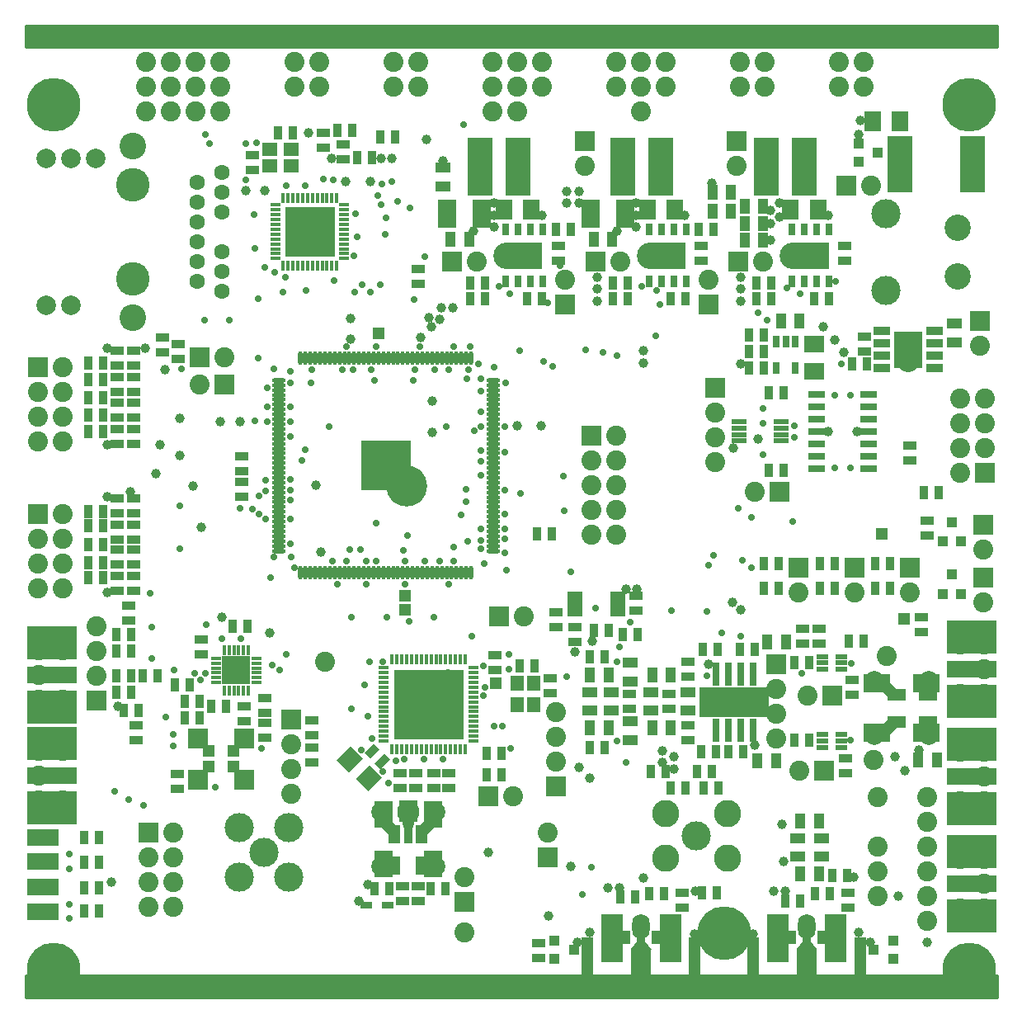
<source format=gbr>
G04 #@! TF.FileFunction,Soldermask,Top*
%FSLAX46Y46*%
G04 Gerber Fmt 4.6, Leading zero omitted, Abs format (unit mm)*
G04 Created by KiCad (PCBNEW 4.0.6) date 07/04/17 19:23:32*
%MOMM*%
%LPD*%
G01*
G04 APERTURE LIST*
%ADD10C,0.100000*%
%ADD11R,0.835000X1.343000*%
%ADD12C,1.900000*%
%ADD13C,0.700000*%
%ADD14R,1.200000X1.200000*%
%ADD15R,0.450000X1.000000*%
%ADD16R,1.000000X0.450000*%
%ADD17R,3.000000X3.000000*%
%ADD18C,3.200000*%
%ADD19R,2.700000X2.700000*%
%ADD20R,7.200000X7.200000*%
%ADD21R,0.800000X2.400000*%
%ADD22R,7.200000X3.140000*%
%ADD23R,0.710000X1.300000*%
%ADD24R,3.700000X2.800000*%
%ADD25C,2.700000*%
%ADD26O,1.400000X0.480000*%
%ADD27O,0.480000X1.400000*%
%ADD28C,4.200000*%
%ADD29R,5.200000X5.200000*%
%ADD30R,2.050000X2.050000*%
%ADD31C,2.050000*%
%ADD32R,1.800000X0.800000*%
%ADD33R,1.550000X0.600000*%
%ADD34R,1.343000X0.835000*%
%ADD35R,1.597000X1.089000*%
%ADD36R,2.600000X5.900000*%
%ADD37R,1.800000X2.000000*%
%ADD38R,1.089000X1.597000*%
%ADD39R,2.500000X5.800000*%
%ADD40R,1.200000X0.600000*%
%ADD41R,1.400000X1.600000*%
%ADD42R,1.978000X2.994000*%
%ADD43R,3.200000X1.700000*%
%ADD44C,1.600000*%
%ADD45C,2.000000*%
%ADD46C,3.450000*%
%ADD47C,2.740000*%
%ADD48C,1.000000*%
%ADD49R,1.700000X0.850000*%
%ADD50R,2.900000X3.800000*%
%ADD51C,2.200000*%
%ADD52R,1.100000X1.000000*%
%ADD53R,1.000000X1.100000*%
%ADD54C,2.500000*%
%ADD55R,1.600000X0.500000*%
%ADD56R,0.800000X1.250000*%
%ADD57C,5.500000*%
%ADD58R,12.200000X2.600000*%
%ADD59R,1.100000X1.450000*%
%ADD60O,1.800000X2.600000*%
%ADD61R,2.200000X5.000000*%
%ADD62R,1.200000X4.200000*%
%ADD63R,0.900000X1.600000*%
%ADD64R,2.100000X4.480000*%
%ADD65R,1.850000X2.740000*%
%ADD66R,1.215000X1.850000*%
%ADD67R,0.960000X1.850000*%
%ADD68R,1.850000X2.200000*%
%ADD69C,2.300000*%
%ADD70C,3.000000*%
%ADD71C,2.800000*%
%ADD72R,2.740000X1.850000*%
%ADD73R,1.850000X1.215000*%
%ADD74R,1.600000X1.400000*%
%ADD75R,1.280000X1.240000*%
%ADD76R,2.140000X2.150000*%
%ADD77R,1.200760X0.799440*%
%ADD78R,5.200000X1.800000*%
%ADD79R,5.200000X3.500000*%
%ADD80R,2.000000X1.800000*%
%ADD81C,0.000000*%
%ADD82C,0.700000*%
%ADD83C,0.700000*%
%ADD84C,0.000000*%
%ADD85C,0.254000*%
G04 APERTURE END LIST*
D10*
D11*
X22862000Y-61800000D03*
X21338000Y-61800000D03*
D12*
X21255000Y-66820715D03*
D13*
X22755000Y-67320715D03*
X22755000Y-65320715D03*
X22755000Y-66420715D03*
X21655000Y-65320715D03*
X20755000Y-65320715D03*
D14*
X22455000Y-65620715D03*
X22455000Y-67020715D03*
X21055000Y-65620715D03*
D15*
X20505000Y-68420715D03*
X21005000Y-68420715D03*
X21505000Y-68420715D03*
X22005000Y-68420715D03*
X22505000Y-68420715D03*
X23005000Y-68420715D03*
D16*
X23855000Y-67570715D03*
X23855000Y-67070715D03*
X23855000Y-66570715D03*
X23855000Y-66070715D03*
X23855000Y-65570715D03*
X23855000Y-65070715D03*
D15*
X23005000Y-64220715D03*
X22505000Y-64220715D03*
X22005000Y-64220715D03*
X21505000Y-64220715D03*
X21005000Y-64220715D03*
X20505000Y-64220715D03*
D16*
X19655000Y-65070715D03*
X19655000Y-65570715D03*
X19655000Y-66070715D03*
X19655000Y-66570715D03*
X19655000Y-67070715D03*
X19655000Y-67570715D03*
D17*
X21755000Y-66320715D03*
D14*
X21055000Y-67020715D03*
D13*
X22255000Y-65820715D03*
D18*
X43500000Y-67800000D03*
D13*
X44500000Y-72800000D03*
X44500000Y-71300000D03*
X43000000Y-72800000D03*
X43000000Y-71300000D03*
X38500000Y-72800000D03*
X40000000Y-72800000D03*
X40000000Y-66800000D03*
X38500000Y-66800000D03*
X38500000Y-68300000D03*
X40000000Y-68300000D03*
X40000000Y-71300000D03*
X38500000Y-71300000D03*
X38500000Y-69800000D03*
X40000000Y-69800000D03*
X44500000Y-69800000D03*
X43000000Y-69800000D03*
X41500000Y-66800000D03*
X41500000Y-68300000D03*
X41500000Y-72800000D03*
X41500000Y-71300000D03*
D19*
X43250000Y-71550000D03*
X39750000Y-71550000D03*
X39750000Y-68050000D03*
D15*
X45250000Y-65200000D03*
X44750000Y-65200000D03*
X44250000Y-65200000D03*
X43750000Y-65200000D03*
X43250000Y-65200000D03*
X42750000Y-65200000D03*
X42250000Y-65200000D03*
X41750000Y-65200000D03*
X41250000Y-65200000D03*
X40750000Y-65200000D03*
X40250000Y-65200000D03*
X39750000Y-65200000D03*
X39250000Y-65200000D03*
X38750000Y-65200000D03*
X38250000Y-65200000D03*
X37750000Y-65200000D03*
D16*
X36900000Y-66050000D03*
X36900000Y-66550000D03*
X36900000Y-67050000D03*
X36900000Y-67550000D03*
X36900000Y-68050000D03*
X36900000Y-68550000D03*
X36900000Y-69050000D03*
X36900000Y-69550000D03*
X36900000Y-70050000D03*
X36900000Y-70550000D03*
X36900000Y-71050000D03*
X36900000Y-71550000D03*
X36900000Y-72050000D03*
X36900000Y-72550000D03*
X36900000Y-73050000D03*
X36900000Y-73550000D03*
D15*
X37750000Y-74400000D03*
X38250000Y-74400000D03*
X38750000Y-74400000D03*
X39250000Y-74400000D03*
X39750000Y-74400000D03*
X40250000Y-74400000D03*
X40750000Y-74400000D03*
X41250000Y-74400000D03*
X41750000Y-74400000D03*
X42250000Y-74400000D03*
X42750000Y-74400000D03*
X43250000Y-74400000D03*
X43750000Y-74400000D03*
X44250000Y-74400000D03*
X44750000Y-74400000D03*
X45250000Y-74400000D03*
D16*
X46100000Y-73550000D03*
X46100000Y-73050000D03*
X46100000Y-72550000D03*
X46100000Y-72050000D03*
X46100000Y-71550000D03*
X46100000Y-71050000D03*
X46100000Y-70550000D03*
X46100000Y-70050000D03*
X46100000Y-69550000D03*
X46100000Y-69050000D03*
X46100000Y-68550000D03*
X46100000Y-68050000D03*
X46100000Y-67550000D03*
X46100000Y-67050000D03*
X46100000Y-66550000D03*
X46100000Y-66050000D03*
D20*
X41500000Y-69800000D03*
D19*
X43250000Y-68050000D03*
D13*
X41500000Y-69800000D03*
X71395000Y-70325000D03*
X74395000Y-70325000D03*
X71395000Y-68825000D03*
D12*
X74700000Y-68950000D03*
D13*
X72895000Y-70325000D03*
D21*
X74800000Y-66700000D03*
X73530000Y-66700000D03*
X72260000Y-66700000D03*
X70990000Y-66700000D03*
X70990000Y-72450000D03*
X72260000Y-72450000D03*
X73530000Y-72450000D03*
X74800000Y-72450000D03*
D22*
X72895000Y-69575000D03*
D13*
X72895000Y-68825000D03*
X52500000Y-23750000D03*
D23*
X49395000Y-21100000D03*
X49395000Y-26400000D03*
X50665000Y-21100000D03*
X50665000Y-26400000D03*
X51935000Y-21100000D03*
X51935000Y-26400000D03*
X53205000Y-21100000D03*
X53205000Y-26400000D03*
D24*
X51300000Y-23750000D03*
D25*
X49500000Y-23750000D03*
D13*
X51500000Y-23750000D03*
X67200000Y-23750000D03*
D23*
X64095000Y-21100000D03*
X64095000Y-26400000D03*
X65365000Y-21100000D03*
X65365000Y-26400000D03*
X66635000Y-21100000D03*
X66635000Y-26400000D03*
X67905000Y-21100000D03*
X67905000Y-26400000D03*
D24*
X66000000Y-23750000D03*
D25*
X64200000Y-23750000D03*
D13*
X66200000Y-23750000D03*
X81900000Y-23750000D03*
D23*
X78795000Y-21100000D03*
X78795000Y-26400000D03*
X80065000Y-21100000D03*
X80065000Y-26400000D03*
X81335000Y-21100000D03*
X81335000Y-26400000D03*
X82605000Y-21100000D03*
X82605000Y-26400000D03*
D24*
X80700000Y-23750000D03*
D25*
X78900000Y-23750000D03*
D13*
X80900000Y-23750000D03*
X38600000Y-43800000D03*
X37100000Y-46800000D03*
X37100000Y-45300000D03*
X35600000Y-45300000D03*
X38600000Y-45300000D03*
X35600000Y-43800000D03*
X37100000Y-43800000D03*
D26*
X48100000Y-54050000D03*
X48100000Y-53550000D03*
X48100000Y-53050000D03*
X48100000Y-52550000D03*
X48100000Y-52050000D03*
X48100000Y-51550000D03*
X48100000Y-51050000D03*
X48100000Y-50550000D03*
X48100000Y-50050000D03*
X48100000Y-49550000D03*
X48100000Y-49050000D03*
X48100000Y-48550000D03*
X48100000Y-48050000D03*
X48100000Y-47550000D03*
X48100000Y-47050000D03*
X48100000Y-46550000D03*
X48100000Y-46050000D03*
X48100000Y-45550000D03*
X48100000Y-45050000D03*
X48100000Y-44550000D03*
X48100000Y-44050000D03*
X48100000Y-43550000D03*
X48100000Y-43050000D03*
X48100000Y-42550000D03*
X48100000Y-42050000D03*
X48100000Y-41550000D03*
X48100000Y-41050000D03*
X48100000Y-40550000D03*
X48100000Y-40050000D03*
X48100000Y-39550000D03*
X48100000Y-39050000D03*
X48100000Y-38550000D03*
X48100000Y-38050000D03*
X48100000Y-37550000D03*
X48100000Y-37050000D03*
X48100000Y-36550000D03*
D27*
X45850000Y-34300000D03*
X45350000Y-34300000D03*
X44850000Y-34300000D03*
X44350000Y-34300000D03*
X43850000Y-34300000D03*
X43350000Y-34300000D03*
X42850000Y-34300000D03*
X42350000Y-34300000D03*
X41850000Y-34300000D03*
X41350000Y-34300000D03*
X40850000Y-34300000D03*
X40350000Y-34300000D03*
X39850000Y-34300000D03*
X39350000Y-34300000D03*
X38850000Y-34300000D03*
X38350000Y-34300000D03*
X37850000Y-34300000D03*
X37350000Y-34300000D03*
X36850000Y-34300000D03*
X36350000Y-34300000D03*
X35850000Y-34300000D03*
X35350000Y-34300000D03*
X34850000Y-34300000D03*
X34350000Y-34300000D03*
X33850000Y-34300000D03*
X33350000Y-34300000D03*
X32850000Y-34300000D03*
X32350000Y-34300000D03*
X31850000Y-34300000D03*
X31350000Y-34300000D03*
X30850000Y-34300000D03*
X30350000Y-34300000D03*
X29850000Y-34300000D03*
X29350000Y-34300000D03*
X28850000Y-34300000D03*
X28350000Y-34300000D03*
D26*
X26100000Y-36550000D03*
X26100000Y-37050000D03*
X26100000Y-37550000D03*
X26100000Y-38050000D03*
X26100000Y-38550000D03*
X26100000Y-39050000D03*
X26100000Y-39550000D03*
X26100000Y-40050000D03*
X26100000Y-40550000D03*
X26100000Y-41050000D03*
X26100000Y-41550000D03*
X26100000Y-42050000D03*
X26100000Y-42550000D03*
X26100000Y-43050000D03*
X26100000Y-43550000D03*
X26100000Y-44050000D03*
X26100000Y-44550000D03*
X26100000Y-45050000D03*
X26100000Y-45550000D03*
X26100000Y-46050000D03*
X26100000Y-46550000D03*
X26100000Y-47050000D03*
X26100000Y-47550000D03*
X26100000Y-48050000D03*
X26100000Y-48550000D03*
X26100000Y-49050000D03*
X26100000Y-49550000D03*
X26100000Y-50050000D03*
X26100000Y-50550000D03*
X26100000Y-51050000D03*
X26100000Y-51550000D03*
X26100000Y-52050000D03*
X26100000Y-52550000D03*
X26100000Y-53050000D03*
X26100000Y-53550000D03*
X26100000Y-54050000D03*
D27*
X28350000Y-56300000D03*
X28850000Y-56300000D03*
X29350000Y-56300000D03*
X29850000Y-56300000D03*
X30350000Y-56300000D03*
X30850000Y-56300000D03*
X31350000Y-56300000D03*
X31850000Y-56300000D03*
X32350000Y-56300000D03*
X32850000Y-56300000D03*
X33350000Y-56300000D03*
X33850000Y-56300000D03*
X34350000Y-56300000D03*
X34850000Y-56300000D03*
X35350000Y-56300000D03*
X35850000Y-56300000D03*
X36350000Y-56300000D03*
X36850000Y-56300000D03*
X37350000Y-56300000D03*
X37850000Y-56300000D03*
X38350000Y-56300000D03*
X38850000Y-56300000D03*
X39350000Y-56300000D03*
X39850000Y-56300000D03*
X40350000Y-56300000D03*
X40850000Y-56300000D03*
X41350000Y-56300000D03*
X41850000Y-56300000D03*
X42350000Y-56300000D03*
X42850000Y-56300000D03*
X43350000Y-56300000D03*
X43850000Y-56300000D03*
X44350000Y-56300000D03*
X44850000Y-56300000D03*
X45350000Y-56300000D03*
X45850000Y-56300000D03*
D28*
X39200000Y-47400000D03*
D29*
X37100000Y-45300000D03*
D13*
X35600000Y-46800000D03*
D11*
X77462000Y-55400000D03*
X75938000Y-55400000D03*
X83162000Y-55400000D03*
X81638000Y-55400000D03*
X88862000Y-55400000D03*
X87338000Y-55400000D03*
D30*
X79500000Y-55800000D03*
D31*
X79500000Y-58340000D03*
D30*
X85200000Y-55800000D03*
D31*
X85200000Y-58340000D03*
D30*
X90900000Y-55800000D03*
D31*
X90900000Y-58340000D03*
D11*
X75938000Y-57900000D03*
X77462000Y-57900000D03*
X81638000Y-57900000D03*
X83162000Y-57900000D03*
X87338000Y-57900000D03*
X88862000Y-57900000D03*
D32*
X81350000Y-45610000D03*
X86650000Y-45610000D03*
X81350000Y-44340000D03*
X86650000Y-44340000D03*
X81350000Y-43070000D03*
X86650000Y-43070000D03*
X81350000Y-41800000D03*
X86650000Y-41800000D03*
X81350000Y-40530000D03*
X86650000Y-40530000D03*
X81350000Y-39260000D03*
X86650000Y-39260000D03*
X81350000Y-37990000D03*
X86650000Y-37990000D03*
D11*
X77962000Y-45800000D03*
X76438000Y-45800000D03*
X77962000Y-37800000D03*
X76438000Y-37800000D03*
D33*
X73350000Y-42775000D03*
X77650000Y-42775000D03*
X73350000Y-42125000D03*
X77650000Y-42125000D03*
X73350000Y-41475000D03*
X77650000Y-41475000D03*
X73350000Y-40825000D03*
X77650000Y-40825000D03*
D30*
X70900000Y-37300000D03*
D31*
X70900000Y-39840000D03*
X70900000Y-42380000D03*
X70900000Y-44920000D03*
D30*
X98570000Y-46010000D03*
D31*
X96030000Y-46010000D03*
X98570000Y-43470000D03*
X96030000Y-43470000D03*
X98570000Y-40930000D03*
X96030000Y-40930000D03*
X98570000Y-38390000D03*
X96030000Y-38390000D03*
D30*
X77500000Y-48000000D03*
D31*
X74960000Y-48000000D03*
D11*
X92338000Y-48100000D03*
X93862000Y-48100000D03*
D34*
X90900000Y-44762000D03*
X90900000Y-43238000D03*
X62800000Y-58638000D03*
X62800000Y-60162000D03*
X79900000Y-63562000D03*
X79900000Y-62038000D03*
X81600000Y-62038000D03*
X81600000Y-63562000D03*
X92700000Y-50938000D03*
X92700000Y-52462000D03*
D30*
X98400000Y-51400000D03*
D31*
X98400000Y-53940000D03*
D11*
X84938000Y-34900000D03*
X86462000Y-34900000D03*
D34*
X86200000Y-32038000D03*
X86200000Y-33562000D03*
D35*
X95500000Y-30747500D03*
X95500000Y-32652500D03*
D11*
X74338000Y-31900000D03*
X75862000Y-31900000D03*
D30*
X57500000Y-12000000D03*
D31*
X57500000Y-14540000D03*
D30*
X98100000Y-30500000D03*
D31*
X98100000Y-33040000D03*
D11*
X81038000Y-28200000D03*
X82562000Y-28200000D03*
X75138000Y-26600000D03*
X76662000Y-26600000D03*
D36*
X80050000Y-14600000D03*
X76150000Y-14600000D03*
D34*
X84200000Y-24262000D03*
X84200000Y-22738000D03*
D30*
X73300000Y-24400000D03*
D31*
X75840000Y-24400000D03*
D37*
X81450000Y-19000000D03*
X78650000Y-19000000D03*
D38*
X72552500Y-19200000D03*
X70647500Y-19200000D03*
X72552500Y-17300000D03*
X70647500Y-17300000D03*
X73947500Y-22200000D03*
X75852500Y-22200000D03*
X73947500Y-20500000D03*
X75852500Y-20500000D03*
X73947500Y-18700000D03*
X75852500Y-18700000D03*
D11*
X75138000Y-28200000D03*
X76662000Y-28200000D03*
D30*
X43900000Y-24400000D03*
D31*
X46440000Y-24400000D03*
D30*
X55500000Y-28800000D03*
D31*
X55500000Y-26260000D03*
D30*
X84400000Y-16600000D03*
D31*
X86940000Y-16600000D03*
D30*
X58600000Y-24400000D03*
D31*
X61140000Y-24400000D03*
D30*
X70200000Y-28800000D03*
D31*
X70200000Y-26260000D03*
D39*
X97300000Y-14400000D03*
X89900000Y-14400000D03*
D38*
X91747500Y-75500000D03*
X93652500Y-75500000D03*
D30*
X82100000Y-76600000D03*
D31*
X79560000Y-76600000D03*
D30*
X82900000Y-68900000D03*
D31*
X80360000Y-68900000D03*
D30*
X47600000Y-79200000D03*
D31*
X50140000Y-79200000D03*
D30*
X53700000Y-85500000D03*
D31*
X53700000Y-82960000D03*
D40*
X83900000Y-74200000D03*
X83900000Y-73550000D03*
X83900000Y-72900000D03*
X81950000Y-72900000D03*
X81950000Y-73550000D03*
X81950000Y-74200000D03*
X83900000Y-66200000D03*
X83900000Y-65550000D03*
X83900000Y-64900000D03*
X81950000Y-64900000D03*
X81950000Y-65550000D03*
X81950000Y-66200000D03*
D38*
X77152500Y-75600000D03*
X75247500Y-75600000D03*
X78152500Y-63400000D03*
X76247500Y-63400000D03*
D11*
X80562000Y-73500000D03*
X79038000Y-73500000D03*
D34*
X84300000Y-75338000D03*
X84300000Y-76862000D03*
D11*
X84638000Y-63300000D03*
X86162000Y-63300000D03*
X80562000Y-65500000D03*
X79038000Y-65500000D03*
D34*
X85000000Y-67338000D03*
X85000000Y-68862000D03*
D30*
X54600000Y-78200000D03*
D31*
X54600000Y-75660000D03*
X54600000Y-73120000D03*
X54600000Y-70580000D03*
D30*
X45200000Y-90100000D03*
D31*
X45200000Y-87560000D03*
D30*
X48700000Y-60800000D03*
D31*
X51240000Y-60800000D03*
D11*
X64338000Y-76700000D03*
X65862000Y-76700000D03*
X84412000Y-87400000D03*
X82888000Y-87400000D03*
X78138000Y-90000000D03*
X79662000Y-90000000D03*
D35*
X79400000Y-85452500D03*
X79400000Y-83547500D03*
D38*
X79647500Y-87200000D03*
X81552500Y-87200000D03*
X79647500Y-81800000D03*
X81552500Y-81800000D03*
D35*
X81800000Y-85452500D03*
X81800000Y-83547500D03*
D11*
X69538000Y-89100000D03*
X71062000Y-89100000D03*
X61138000Y-89600000D03*
X62662000Y-89600000D03*
X71262000Y-78400000D03*
X69738000Y-78400000D03*
X66338000Y-78400000D03*
X67862000Y-78400000D03*
X70562000Y-76700000D03*
X69038000Y-76700000D03*
D30*
X77200000Y-65700000D03*
D31*
X77200000Y-68240000D03*
X77200000Y-70780000D03*
X77200000Y-73320000D03*
D11*
X70962000Y-74700000D03*
X69438000Y-74700000D03*
X73762000Y-74700000D03*
X72238000Y-74700000D03*
X74962000Y-64200000D03*
X73438000Y-64200000D03*
X71162000Y-64200000D03*
X69638000Y-64200000D03*
X59562000Y-74200000D03*
X58038000Y-74200000D03*
D34*
X66200000Y-70262000D03*
X66200000Y-68738000D03*
X62100000Y-70262000D03*
X62100000Y-68738000D03*
D11*
X58038000Y-64900000D03*
X59562000Y-64900000D03*
D38*
X66352500Y-72200000D03*
X64447500Y-72200000D03*
D35*
X62200000Y-73452500D03*
X62200000Y-71547500D03*
D38*
X59952500Y-72200000D03*
X58047500Y-72200000D03*
X64447500Y-66800000D03*
X66352500Y-66800000D03*
D35*
X62200000Y-67452500D03*
X62200000Y-65547500D03*
D38*
X58047500Y-66800000D03*
X59952500Y-66800000D03*
D35*
X68100000Y-68547500D03*
X68100000Y-70452500D03*
X64300000Y-68547500D03*
X64300000Y-70452500D03*
X60200000Y-68547500D03*
X60200000Y-70452500D03*
X58000000Y-68547500D03*
X58000000Y-70452500D03*
D34*
X68100000Y-73462000D03*
X68100000Y-71938000D03*
X68100000Y-65438000D03*
X68100000Y-66962000D03*
D11*
X35938000Y-88700000D03*
X37462000Y-88700000D03*
D34*
X40400000Y-88438000D03*
X40400000Y-89962000D03*
D37*
X52050000Y-19000000D03*
X49250000Y-19000000D03*
X66750000Y-19000000D03*
X63950000Y-19000000D03*
D30*
X12730000Y-82990000D03*
D31*
X15270000Y-82990000D03*
X12730000Y-85530000D03*
X15270000Y-85530000D03*
X12730000Y-88070000D03*
X15270000Y-88070000D03*
X12730000Y-90610000D03*
X15270000Y-90610000D03*
D30*
X20500000Y-37000000D03*
D31*
X17960000Y-37000000D03*
D30*
X18000000Y-34200000D03*
D31*
X20540000Y-34200000D03*
D11*
X11762000Y-70400000D03*
X10238000Y-70400000D03*
D34*
X22300000Y-48462000D03*
X22300000Y-46938000D03*
X22300000Y-44338000D03*
X22300000Y-45862000D03*
X38800000Y-89962000D03*
X38800000Y-88438000D03*
D11*
X41738000Y-88700000D03*
X43262000Y-88700000D03*
D34*
X38600000Y-78362000D03*
X38600000Y-76838000D03*
X40200000Y-78362000D03*
X40200000Y-76838000D03*
D41*
X52250000Y-69800000D03*
X52250000Y-67600000D03*
X50550000Y-67600000D03*
X50550000Y-69800000D03*
D34*
X54000000Y-68662000D03*
X54000000Y-67138000D03*
D11*
X50838000Y-65900000D03*
X52362000Y-65900000D03*
X48962000Y-77000000D03*
X47438000Y-77000000D03*
X48962000Y-74800000D03*
X47438000Y-74800000D03*
D14*
X48400000Y-67600000D03*
D34*
X42000000Y-78362000D03*
X42000000Y-76838000D03*
X48300000Y-64738000D03*
X48300000Y-66262000D03*
X43600000Y-76838000D03*
X43600000Y-78362000D03*
D10*
G36*
X37508854Y-75459210D02*
X36559210Y-76408854D01*
X35968776Y-75818420D01*
X36918420Y-74868776D01*
X37508854Y-75459210D01*
X37508854Y-75459210D01*
G37*
G36*
X36431224Y-74381580D02*
X35481580Y-75331224D01*
X34891146Y-74740790D01*
X35840790Y-73791146D01*
X36431224Y-74381580D01*
X36431224Y-74381580D01*
G37*
D11*
X54538000Y-21100000D03*
X56062000Y-21100000D03*
X51638000Y-28200000D03*
X53162000Y-28200000D03*
X45738000Y-26600000D03*
X47262000Y-26600000D03*
D36*
X50650000Y-14600000D03*
X46750000Y-14600000D03*
D34*
X54800000Y-24262000D03*
X54800000Y-22738000D03*
D42*
X43422000Y-19500000D03*
X46978000Y-19500000D03*
D38*
X43747500Y-22100000D03*
X45652500Y-22100000D03*
D35*
X43000000Y-16652500D03*
X43000000Y-14747500D03*
D11*
X45738000Y-28200000D03*
X47262000Y-28200000D03*
D36*
X65350000Y-14600000D03*
X61450000Y-14600000D03*
D11*
X69238000Y-21100000D03*
X70762000Y-21100000D03*
X66338000Y-28200000D03*
X67862000Y-28200000D03*
X60438000Y-26600000D03*
X61962000Y-26600000D03*
D34*
X69500000Y-24262000D03*
X69500000Y-22738000D03*
D42*
X58122000Y-19500000D03*
X61678000Y-19500000D03*
D38*
X58447500Y-22100000D03*
X60352500Y-22100000D03*
D11*
X60438000Y-28200000D03*
X61962000Y-28200000D03*
D34*
X11500000Y-71938000D03*
X11500000Y-73462000D03*
X29500000Y-75762000D03*
X29500000Y-74238000D03*
X29500000Y-72962000D03*
X29500000Y-71438000D03*
X18200000Y-63138000D03*
X18200000Y-64662000D03*
D30*
X27400000Y-71400000D03*
D31*
X27400000Y-73940000D03*
X27400000Y-76480000D03*
X27400000Y-79020000D03*
D11*
X15438000Y-67800000D03*
X16962000Y-67800000D03*
X19138000Y-70000000D03*
X20662000Y-70000000D03*
X17962000Y-69500000D03*
X16438000Y-69500000D03*
D34*
X15700000Y-76938000D03*
X15700000Y-78462000D03*
D11*
X16438000Y-71200000D03*
X17962000Y-71200000D03*
D34*
X24700000Y-71738000D03*
X24700000Y-73262000D03*
X22600000Y-71562000D03*
X22600000Y-70038000D03*
X24700000Y-69138000D03*
X24700000Y-70662000D03*
X10700000Y-61162000D03*
X10700000Y-59638000D03*
D11*
X12138000Y-66900000D03*
X13662000Y-66900000D03*
X10962000Y-62600000D03*
X9438000Y-62600000D03*
X10962000Y-68600000D03*
X9438000Y-68600000D03*
X9438000Y-64300000D03*
X10962000Y-64300000D03*
X9438000Y-66900000D03*
X10962000Y-66900000D03*
X8062000Y-56800000D03*
X6538000Y-56800000D03*
X8062000Y-55300000D03*
X6538000Y-55300000D03*
D34*
X11200000Y-56638000D03*
X11200000Y-58162000D03*
X11200000Y-55462000D03*
X11200000Y-53938000D03*
D11*
X8062000Y-51500000D03*
X6538000Y-51500000D03*
X8062000Y-50000000D03*
X6538000Y-50000000D03*
D34*
X11200000Y-51338000D03*
X11200000Y-52862000D03*
X11200000Y-50162000D03*
X11200000Y-48638000D03*
X9500000Y-56638000D03*
X9500000Y-58162000D03*
X9500000Y-55462000D03*
X9500000Y-53938000D03*
X9500000Y-51338000D03*
X9500000Y-52862000D03*
X9500000Y-50162000D03*
X9500000Y-48638000D03*
D11*
X8062000Y-38300000D03*
X6538000Y-38300000D03*
X8062000Y-41800000D03*
X6538000Y-41800000D03*
X8062000Y-40100000D03*
X6538000Y-40100000D03*
D34*
X11200000Y-41538000D03*
X11200000Y-43062000D03*
X11200000Y-40362000D03*
X11200000Y-38838000D03*
D11*
X8062000Y-36500000D03*
X6538000Y-36500000D03*
X8062000Y-34800000D03*
X6538000Y-34800000D03*
D34*
X11200000Y-36238000D03*
X11200000Y-37762000D03*
X11200000Y-35062000D03*
X11200000Y-33538000D03*
D11*
X8062000Y-53400000D03*
X6538000Y-53400000D03*
D34*
X9500000Y-41538000D03*
X9500000Y-43062000D03*
X9500000Y-40362000D03*
X9500000Y-38838000D03*
X9500000Y-36238000D03*
X9500000Y-37762000D03*
X9500000Y-35062000D03*
X9500000Y-33538000D03*
D11*
X6138000Y-88600000D03*
X7662000Y-88600000D03*
X6138000Y-91000000D03*
X7662000Y-91000000D03*
X6138000Y-83500000D03*
X7662000Y-83500000D03*
X6138000Y-86000000D03*
X7662000Y-86000000D03*
D43*
X1900000Y-83450000D03*
X1900000Y-85950000D03*
X1900000Y-88550000D03*
X1900000Y-91050000D03*
D30*
X7400000Y-69400000D03*
D31*
X7400000Y-66860000D03*
X7400000Y-64320000D03*
X7400000Y-61780000D03*
D30*
X1430000Y-50290000D03*
D31*
X3970000Y-50290000D03*
X1430000Y-52830000D03*
X3970000Y-52830000D03*
X1430000Y-55370000D03*
X3970000Y-55370000D03*
X1430000Y-57910000D03*
X3970000Y-57910000D03*
D30*
X1430000Y-35190000D03*
D31*
X3970000Y-35190000D03*
X1430000Y-37730000D03*
X3970000Y-37730000D03*
X1430000Y-40270000D03*
X3970000Y-40270000D03*
X1430000Y-42810000D03*
X3970000Y-42810000D03*
D11*
X52638000Y-52300000D03*
X54162000Y-52300000D03*
D30*
X58230000Y-42220000D03*
D31*
X60770000Y-42220000D03*
X58230000Y-44760000D03*
X60770000Y-44760000D03*
X58230000Y-47300000D03*
X60770000Y-47300000D03*
X58230000Y-49840000D03*
X60770000Y-49840000D03*
X58230000Y-52380000D03*
X60770000Y-52380000D03*
D34*
X40400000Y-25138000D03*
X40400000Y-26662000D03*
D11*
X35662000Y-13700000D03*
X34138000Y-13700000D03*
X33662000Y-10900000D03*
X32138000Y-10900000D03*
D34*
X32700000Y-13862000D03*
X32700000Y-12338000D03*
X30700000Y-11138000D03*
X30700000Y-12662000D03*
D11*
X27562000Y-11200000D03*
X26038000Y-11200000D03*
D34*
X23400000Y-14962000D03*
X23400000Y-13438000D03*
D44*
X17700000Y-26380000D03*
X17700000Y-24350000D03*
X17700000Y-22320000D03*
X17700000Y-20280000D03*
X17700000Y-18250000D03*
X17700000Y-16220000D03*
X20240000Y-27400000D03*
X20240000Y-25370000D03*
X20240000Y-23340000D03*
X20240000Y-19260000D03*
X20240000Y-17230000D03*
X20240000Y-15200000D03*
D45*
X4750000Y-28820000D03*
X2210000Y-28820000D03*
X7290000Y-13780000D03*
X4750000Y-13780000D03*
X2210000Y-13780000D03*
D46*
X11100000Y-26125000D03*
X11100000Y-16475000D03*
D47*
X11100000Y-30090000D03*
X11100000Y-12510000D03*
D48*
X18200000Y-51600000D03*
X13500000Y-46100000D03*
X17300000Y-47400000D03*
X13900000Y-43200000D03*
D13*
X90100000Y-32400000D03*
D49*
X88000000Y-31495000D03*
X88000000Y-32765000D03*
X88000000Y-34035000D03*
X88000000Y-35305000D03*
X93400000Y-35305000D03*
X93400000Y-34035000D03*
X93400000Y-32765000D03*
X93400000Y-31495000D03*
D50*
X90700000Y-33400000D03*
D13*
X91300000Y-32400000D03*
D51*
X90700000Y-34600000D03*
D14*
X36400000Y-31700000D03*
D52*
X85600000Y-12250000D03*
X87600000Y-13200000D03*
X85600000Y-14150000D03*
D53*
X94250000Y-53100000D03*
X95200000Y-51100000D03*
X96150000Y-53100000D03*
X94250000Y-58500000D03*
X95200000Y-56500000D03*
X96150000Y-58500000D03*
D31*
X88500000Y-64800000D03*
X87200000Y-75500000D03*
D52*
X89200000Y-95950000D03*
X87200000Y-95000000D03*
X89200000Y-94050000D03*
D34*
X52800000Y-95862000D03*
X52800000Y-94338000D03*
D52*
X54400000Y-94050000D03*
X56400000Y-95000000D03*
X54400000Y-95950000D03*
D31*
X45200000Y-93200000D03*
D13*
X27216525Y-22015000D03*
X28616525Y-20615000D03*
X27216525Y-19215000D03*
X31416525Y-19215000D03*
X28616525Y-23415000D03*
X28616525Y-22015000D03*
X30016525Y-19215000D03*
X28616525Y-19215000D03*
X31416525Y-20615000D03*
X30016525Y-20615000D03*
D16*
X25816525Y-18565000D03*
X25816525Y-19065000D03*
X25816525Y-19565000D03*
X25816525Y-20065000D03*
X25816525Y-20565000D03*
X25816525Y-21065000D03*
X25816525Y-21565000D03*
X25816525Y-22065000D03*
X25816525Y-22565000D03*
X25816525Y-23065000D03*
X25816525Y-23565000D03*
X25816525Y-24065000D03*
D15*
X26566525Y-24815000D03*
X27066525Y-24815000D03*
X27566525Y-24815000D03*
X28066525Y-24815000D03*
X28566525Y-24815000D03*
X29066525Y-24815000D03*
X29566525Y-24815000D03*
X30066525Y-24815000D03*
X30566525Y-24815000D03*
X31066525Y-24815000D03*
X31566525Y-24815000D03*
X32066525Y-24815000D03*
D16*
X32816525Y-24065000D03*
X32816525Y-23565000D03*
X32816525Y-23065000D03*
X32816525Y-22565000D03*
X32816525Y-22065000D03*
X32816525Y-21565000D03*
X32816525Y-21065000D03*
X32816525Y-20565000D03*
X32816525Y-20065000D03*
X32816525Y-19565000D03*
X32816525Y-19065000D03*
X32816525Y-18565000D03*
D15*
X32066525Y-17815000D03*
X31566525Y-17815000D03*
X31066525Y-17815000D03*
X30566525Y-17815000D03*
X30066525Y-17815000D03*
X29566525Y-17815000D03*
X29066525Y-17815000D03*
X28566525Y-17815000D03*
X28066525Y-17815000D03*
X27566525Y-17815000D03*
X27066525Y-17815000D03*
X26566525Y-17815000D03*
D29*
X29316525Y-21315000D03*
D54*
X30616525Y-22615000D03*
D13*
X27216525Y-23415000D03*
X27216525Y-20615000D03*
D37*
X89900000Y-10000000D03*
X87100000Y-10000000D03*
D11*
X74338000Y-33600000D03*
X75862000Y-33600000D03*
D34*
X92100000Y-62362000D03*
X92100000Y-60838000D03*
D14*
X39100000Y-58700000D03*
X39100000Y-60100000D03*
D55*
X60900000Y-58500000D03*
X56500000Y-58500000D03*
X60900000Y-59000000D03*
X56500000Y-59000000D03*
X60900000Y-59500000D03*
X56500000Y-59500000D03*
X60900000Y-60000000D03*
X56500000Y-60000000D03*
X60900000Y-60500000D03*
X56500000Y-60500000D03*
D31*
X92640000Y-79320000D03*
X92640000Y-84400000D03*
X92640000Y-86940000D03*
X92640000Y-89480000D03*
X87560000Y-89480000D03*
X87560000Y-86940000D03*
X87560000Y-84400000D03*
X87560000Y-79320000D03*
X92640000Y-81860000D03*
X92640000Y-92020000D03*
D34*
X54600000Y-60338000D03*
X54600000Y-61862000D03*
D11*
X62962000Y-62600000D03*
X61438000Y-62600000D03*
X75862000Y-35300000D03*
X74338000Y-35300000D03*
D38*
X79552500Y-30500000D03*
X77647500Y-30500000D03*
D30*
X73100000Y-12000000D03*
D31*
X73100000Y-14540000D03*
D56*
X79100000Y-32600000D03*
X78150000Y-32600000D03*
X77200000Y-32600000D03*
X77200000Y-35300000D03*
X79100000Y-35300000D03*
D30*
X98400000Y-56800000D03*
D31*
X98400000Y-59340000D03*
D14*
X90300000Y-61000000D03*
X88000000Y-52300000D03*
D34*
X14200000Y-33662000D03*
X14200000Y-32138000D03*
X15800000Y-32838000D03*
X15800000Y-34362000D03*
D11*
X36538000Y-11600000D03*
X38062000Y-11600000D03*
D57*
X3000000Y-8300000D03*
X3000000Y-97000000D03*
X97000000Y-97000000D03*
X97000000Y-8300000D03*
X71800000Y-93300000D03*
D31*
X30900000Y-65400000D03*
D10*
G36*
X36733452Y-77319238D02*
X35319238Y-78733452D01*
X34046446Y-77460660D01*
X35460660Y-76046446D01*
X36733452Y-77319238D01*
X36733452Y-77319238D01*
G37*
G36*
X34753554Y-75339340D02*
X33339340Y-76753554D01*
X32066548Y-75480762D01*
X33480762Y-74066548D01*
X34753554Y-75339340D01*
X34753554Y-75339340D01*
G37*
D34*
X84500000Y-89138000D03*
X84500000Y-90662000D03*
X67500000Y-89138000D03*
X67500000Y-90662000D03*
D11*
X81138000Y-89200000D03*
X82662000Y-89200000D03*
X64138000Y-89200000D03*
X65662000Y-89200000D03*
X59962000Y-62200000D03*
X58438000Y-62200000D03*
D34*
X56500000Y-61838000D03*
X56500000Y-63362000D03*
D13*
X62600000Y-98000000D03*
X61600000Y-98000000D03*
X60600000Y-98000000D03*
X59600000Y-98000000D03*
X58600000Y-98000000D03*
X58600000Y-99000000D03*
X59600000Y-99000000D03*
X60600000Y-99000000D03*
X61600000Y-99000000D03*
X62600000Y-99000000D03*
X68000000Y-99000000D03*
X67000000Y-99000000D03*
X66000000Y-99000000D03*
X65000000Y-99000000D03*
X64000000Y-99000000D03*
X64000000Y-98000000D03*
X65000000Y-98000000D03*
X66000000Y-98000000D03*
X67000000Y-98000000D03*
X63300000Y-98500000D03*
X64000000Y-97000000D03*
X62600000Y-97000000D03*
X63300000Y-97500000D03*
X64000000Y-96000000D03*
X62600000Y-96000000D03*
X63300000Y-96500000D03*
X63300000Y-95500000D03*
X62600000Y-95000000D03*
X64000000Y-95000000D03*
X63300000Y-94500000D03*
X68000000Y-98000000D03*
D58*
X63300000Y-98800000D03*
D59*
X61700000Y-93700000D03*
D60*
X63300000Y-92600000D03*
D61*
X66300000Y-93800000D03*
X60300000Y-93800000D03*
D62*
X68800000Y-95800000D03*
X57800000Y-95800000D03*
D59*
X64900000Y-93700000D03*
D63*
X63300000Y-93700000D03*
D10*
G36*
X62250000Y-94962500D02*
X62775000Y-94237500D01*
X63825000Y-94237500D01*
X64350000Y-94962500D01*
X62250000Y-94962500D01*
X62250000Y-94962500D01*
G37*
D64*
X63300000Y-97000000D03*
D13*
X79600000Y-98000000D03*
X78600000Y-98000000D03*
X77600000Y-98000000D03*
X76600000Y-98000000D03*
X75600000Y-98000000D03*
X75600000Y-99000000D03*
X76600000Y-99000000D03*
X77600000Y-99000000D03*
X78600000Y-99000000D03*
X79600000Y-99000000D03*
X85000000Y-99000000D03*
X84000000Y-99000000D03*
X83000000Y-99000000D03*
X82000000Y-99000000D03*
X81000000Y-99000000D03*
X81000000Y-98000000D03*
X82000000Y-98000000D03*
X83000000Y-98000000D03*
X84000000Y-98000000D03*
X80300000Y-98500000D03*
X81000000Y-97000000D03*
X79600000Y-97000000D03*
X80300000Y-97500000D03*
X81000000Y-96000000D03*
X79600000Y-96000000D03*
X80300000Y-96500000D03*
X80300000Y-95500000D03*
X79600000Y-95000000D03*
X81000000Y-95000000D03*
X80300000Y-94500000D03*
X85000000Y-98000000D03*
D58*
X80300000Y-98800000D03*
D59*
X78700000Y-93700000D03*
D60*
X80300000Y-92600000D03*
D61*
X83300000Y-93800000D03*
X77300000Y-93800000D03*
D62*
X85800000Y-95800000D03*
X74800000Y-95800000D03*
D59*
X81900000Y-93700000D03*
D63*
X80300000Y-93700000D03*
D10*
G36*
X79250000Y-94962500D02*
X79775000Y-94237500D01*
X80825000Y-94237500D01*
X81350000Y-94962500D01*
X79250000Y-94962500D01*
X79250000Y-94962500D01*
G37*
D64*
X80300000Y-97000000D03*
D65*
X36860000Y-86140000D03*
X41940000Y-86140000D03*
X36860000Y-81060000D03*
D10*
G36*
X38920000Y-82430000D02*
X38470000Y-79690000D01*
X40330000Y-79690000D01*
X39880000Y-82430000D01*
X38920000Y-82430000D01*
X38920000Y-82430000D01*
G37*
D65*
X41940000Y-81060000D03*
D66*
X38002500Y-86330000D03*
X40797500Y-86330000D03*
X38002500Y-83150000D03*
D67*
X39400000Y-83150000D03*
D66*
X40797500Y-83150000D03*
D10*
G36*
X37495000Y-83178528D02*
X36646472Y-82330000D01*
X37495000Y-81481472D01*
X38343528Y-82330000D01*
X37495000Y-83178528D01*
X37495000Y-83178528D01*
G37*
G36*
X41305000Y-83178528D02*
X40456472Y-82330000D01*
X41305000Y-81481472D01*
X42153528Y-82330000D01*
X41305000Y-83178528D01*
X41305000Y-83178528D01*
G37*
D68*
X39400000Y-80790000D03*
D45*
X42194000Y-80806000D03*
D69*
X39400000Y-80806000D03*
D45*
X36606000Y-80806000D03*
X36606000Y-86394000D03*
X42194000Y-86394000D03*
D70*
X24600000Y-85000000D03*
X22060000Y-82460000D03*
X27140000Y-82460000D03*
X27140000Y-87540000D03*
X22060000Y-87540000D03*
D25*
X95800000Y-20900000D03*
X95800000Y-25900000D03*
D70*
X88400000Y-19450000D03*
X88400000Y-27350000D03*
D71*
X72200000Y-81000000D03*
X65800000Y-81000000D03*
X65800000Y-85600000D03*
X72200000Y-85600000D03*
D70*
X69000000Y-83300000D03*
D72*
X92540000Y-72740000D03*
X92540000Y-67660000D03*
X87460000Y-72740000D03*
X87460000Y-67660000D03*
D73*
X92730000Y-71597500D03*
X92730000Y-68802500D03*
X89550000Y-71597500D03*
X89550000Y-68802500D03*
D10*
G36*
X89578528Y-72105000D02*
X88730000Y-72953528D01*
X87881472Y-72105000D01*
X88730000Y-71256472D01*
X89578528Y-72105000D01*
X89578528Y-72105000D01*
G37*
G36*
X89578528Y-68295000D02*
X88730000Y-69143528D01*
X87881472Y-68295000D01*
X88730000Y-67446472D01*
X89578528Y-68295000D01*
X89578528Y-68295000D01*
G37*
D45*
X87206000Y-67406000D03*
X87206000Y-72994000D03*
X92794000Y-72994000D03*
X92794000Y-67406000D03*
D74*
X27400000Y-12850000D03*
X25200000Y-12850000D03*
X25200000Y-14550000D03*
X27400000Y-14550000D03*
D75*
X21460000Y-76190000D03*
X21460000Y-74610000D03*
X18940000Y-74610000D03*
D76*
X17850000Y-77500000D03*
X22550000Y-77500000D03*
X22550000Y-73300000D03*
X17850000Y-73300000D03*
D75*
X18940000Y-76190000D03*
D77*
X35100180Y-90400000D03*
X37299820Y-90400000D03*
D78*
X97200000Y-77200000D03*
D79*
X97200000Y-80500000D03*
X97200000Y-73900000D03*
D31*
X98500000Y-77200000D03*
X98500000Y-74660000D03*
X98500000Y-79740000D03*
X96090000Y-79740000D03*
X96090000Y-74660000D03*
D78*
X97200000Y-88200000D03*
D79*
X97200000Y-91500000D03*
X97200000Y-84900000D03*
D31*
X98500000Y-88200000D03*
X98500000Y-85660000D03*
X98500000Y-90740000D03*
X96090000Y-90740000D03*
X96090000Y-85660000D03*
D78*
X97200000Y-66200000D03*
D79*
X97200000Y-69500000D03*
X97200000Y-62900000D03*
D31*
X98500000Y-66200000D03*
X98500000Y-63660000D03*
X98500000Y-68740000D03*
X96090000Y-68740000D03*
X96090000Y-63660000D03*
D78*
X2800000Y-66800000D03*
D79*
X2800000Y-63500000D03*
X2800000Y-70100000D03*
D31*
X1500000Y-66800000D03*
X1500000Y-69340000D03*
X1500000Y-64260000D03*
X3910000Y-64260000D03*
X3910000Y-69340000D03*
D78*
X2800000Y-77100000D03*
D79*
X2800000Y-73800000D03*
X2800000Y-80400000D03*
D31*
X1500000Y-77100000D03*
X1500000Y-79640000D03*
X1500000Y-74560000D03*
X3910000Y-74560000D03*
X3910000Y-79640000D03*
X86160000Y-6440000D03*
X83620000Y-6440000D03*
X73460000Y-6440000D03*
X65840000Y-6440000D03*
X63300000Y-6440000D03*
X60760000Y-6440000D03*
X53140000Y-6440000D03*
X50600000Y-6440000D03*
X48060000Y-6440000D03*
X40440000Y-6440000D03*
X37900000Y-6440000D03*
X30280000Y-6440000D03*
X27740000Y-6440000D03*
X15040000Y-8980000D03*
X17580000Y-8980000D03*
X20120000Y-8980000D03*
X20120000Y-6440000D03*
X17580000Y-6440000D03*
X15040000Y-6440000D03*
X12500000Y-8980000D03*
X63300000Y-8980000D03*
X86160000Y-3900000D03*
X83620000Y-3900000D03*
X76000000Y-3900000D03*
X73460000Y-3900000D03*
X65840000Y-3900000D03*
X63300000Y-3900000D03*
X60760000Y-3900000D03*
X53140000Y-3900000D03*
X50600000Y-3900000D03*
X48060000Y-3900000D03*
X40440000Y-3900000D03*
X37900000Y-3900000D03*
X30280000Y-3900000D03*
X27740000Y-3900000D03*
X20120000Y-3900000D03*
X17580000Y-3900000D03*
X15040000Y-3900000D03*
X12500000Y-3900000D03*
X76000000Y-6440000D03*
X50600000Y-8980000D03*
X48060000Y-8980000D03*
X12500000Y-6440000D03*
D80*
X81100000Y-35600000D03*
X81100000Y-32800000D03*
D81*
X6000000Y-36900000D03*
D82*
X31700000Y-16000000D03*
D48*
X35500000Y-16200000D03*
X33000000Y-16200000D03*
D82*
X34200000Y-21800000D03*
X33800000Y-23800000D03*
X31800000Y-26300000D03*
D83*
X28900000Y-27300000D03*
D82*
X26800000Y-26000000D03*
D48*
X41800000Y-31100000D03*
X42600000Y-30300000D03*
X41500000Y-30100000D03*
X44000000Y-29100000D03*
X42800000Y-29100000D03*
X37700000Y-13800000D03*
X36600000Y-13800000D03*
D82*
X45600000Y-35500000D03*
X27300000Y-50800000D03*
X24900000Y-39300000D03*
X46900000Y-51800000D03*
X42600000Y-55100000D03*
X41100000Y-55100000D03*
X46900000Y-39800000D03*
X46900000Y-37700000D03*
X27300000Y-42300000D03*
X42100000Y-35500000D03*
X33700000Y-35500000D03*
X29500000Y-35500000D03*
X31600000Y-55100000D03*
X36100000Y-55100000D03*
D84*
X16600000Y-32500000D03*
D81*
X36000000Y-11400000D03*
D83*
X24000000Y-28200000D03*
D81*
X6000000Y-51600000D03*
D83*
X24800000Y-47900000D03*
D48*
X92700000Y-94200000D03*
X89700000Y-89500000D03*
X56100000Y-86400000D03*
D83*
X45100000Y-10300000D03*
D48*
X8900000Y-88000000D03*
D83*
X16100000Y-35400000D03*
D48*
X62900000Y-58000000D03*
X61800000Y-58000000D03*
X72700000Y-59300000D03*
X73500000Y-60100000D03*
X89400000Y-75200000D03*
D84*
X14200000Y-66900000D03*
D83*
X12900000Y-58400000D03*
D81*
X81600000Y-66600000D03*
X81400000Y-74600000D03*
D48*
X72800000Y-43500000D03*
X63500000Y-34800000D03*
X85500000Y-41800000D03*
X58800000Y-26000000D03*
X58800000Y-27200000D03*
X58800000Y-28400000D03*
X56900000Y-18400000D03*
X56900000Y-17200000D03*
X55700000Y-17200000D03*
X55700000Y-18400000D03*
X30400000Y-54200000D03*
X29900000Y-47300000D03*
X22100000Y-40800000D03*
X20100000Y-40800000D03*
X50600000Y-41200000D03*
X53000000Y-41200000D03*
D84*
X52200000Y-51500000D03*
X52200000Y-52600000D03*
D82*
X46900000Y-46300000D03*
X49300000Y-41300000D03*
X27300000Y-46700000D03*
X32100000Y-57500000D03*
X35100000Y-57500000D03*
X39100000Y-57500000D03*
X43600000Y-57500000D03*
D48*
X63500000Y-33500000D03*
X82000000Y-31100000D03*
X10000000Y-1000000D03*
X7500000Y-1000000D03*
X92500000Y-1000000D03*
X90000000Y-1000000D03*
X87500000Y-1000000D03*
X12500000Y-1000000D03*
X85000000Y-1000000D03*
X82500000Y-1000000D03*
X80000000Y-1000000D03*
X77500000Y-1000000D03*
X75000000Y-1000000D03*
X72500000Y-1000000D03*
X70000000Y-1000000D03*
X67500000Y-1000000D03*
X65000000Y-1000000D03*
X62500000Y-1000000D03*
X60000000Y-1000000D03*
X57500000Y-1000000D03*
X55000000Y-1000000D03*
X52500000Y-1000000D03*
X50000000Y-1000000D03*
X47500000Y-1000000D03*
X45000000Y-1000000D03*
X42500000Y-1000000D03*
X40000000Y-1000000D03*
X37500000Y-1000000D03*
X35000000Y-1000000D03*
X32500000Y-1000000D03*
X30000000Y-1000000D03*
X27500000Y-1000000D03*
X25000000Y-1000000D03*
X22500000Y-1000000D03*
X20000000Y-1000000D03*
X17500000Y-1000000D03*
X15000000Y-1000000D03*
D83*
X19000000Y-12300000D03*
X18600000Y-11300000D03*
D48*
X77800000Y-82100000D03*
D83*
X58200000Y-86500000D03*
X57300000Y-89300000D03*
X35250000Y-71050000D03*
D48*
X73500000Y-34900000D03*
D84*
X78000000Y-31500000D03*
D82*
X65200000Y-28800000D03*
X61100000Y-63900000D03*
D84*
X61900000Y-60200000D03*
D83*
X58600000Y-59900000D03*
X83300000Y-26400000D03*
D48*
X85800000Y-9900000D03*
X8500000Y-33300000D03*
X8500000Y-43200000D03*
X8500000Y-48500000D03*
X8500000Y-58300000D03*
D84*
X21800000Y-78000000D03*
D48*
X32500000Y-99000000D03*
X35000000Y-99000000D03*
X37500000Y-99000000D03*
X40000000Y-99000000D03*
X42500000Y-99000000D03*
X45000000Y-99000000D03*
X47500000Y-99000000D03*
X50000000Y-99000000D03*
X52500000Y-99000000D03*
X55000000Y-99000000D03*
D84*
X69700000Y-24800000D03*
X33500000Y-12300000D03*
X31500000Y-12600000D03*
D82*
X25700000Y-25500000D03*
D48*
X85600000Y-93200000D03*
X58000000Y-93200000D03*
D84*
X52800000Y-93700000D03*
D48*
X56800000Y-94200000D03*
X86800000Y-94200000D03*
D84*
X82500000Y-62100000D03*
D82*
X78900000Y-51050000D03*
D84*
X92700000Y-50300000D03*
D48*
X87500000Y-99000000D03*
X90000000Y-99000000D03*
X92500000Y-99000000D03*
X74300000Y-99000000D03*
X71800000Y-99000000D03*
X69300000Y-99000000D03*
X7500000Y-99000000D03*
X10000000Y-99000000D03*
X12500000Y-99000000D03*
X15000000Y-99000000D03*
X17500000Y-99000000D03*
X20000000Y-99000000D03*
X22500000Y-99000000D03*
X25000000Y-99000000D03*
X27500000Y-99000000D03*
X30000000Y-99000000D03*
X57300000Y-99000000D03*
D84*
X28300000Y-14800000D03*
D82*
X23800000Y-12200000D03*
D84*
X25200000Y-12100000D03*
D82*
X22700000Y-12300000D03*
D48*
X41300000Y-11800000D03*
D84*
X94400000Y-48700000D03*
X91700000Y-43000000D03*
D82*
X61800000Y-75800000D03*
D83*
X60800000Y-73600000D03*
D82*
X71600000Y-62500000D03*
D83*
X60800000Y-65400000D03*
D84*
X75800000Y-45800000D03*
D82*
X75800000Y-44200000D03*
X75800000Y-41000000D03*
X75800000Y-39400000D03*
D81*
X75800000Y-37800000D03*
D48*
X75300000Y-42600000D03*
D83*
X83900000Y-34900000D03*
D82*
X84800000Y-45500000D03*
X83200000Y-45500000D03*
X84800000Y-38100000D03*
X83200000Y-38100000D03*
D48*
X82500000Y-41800000D03*
X70200000Y-65700000D03*
D82*
X70100000Y-66900000D03*
D84*
X70000000Y-19600000D03*
D48*
X70600000Y-16300000D03*
D81*
X83000000Y-28600000D03*
D84*
X84400000Y-24800000D03*
D48*
X76600000Y-19100000D03*
X77500000Y-19800000D03*
X77500000Y-18400000D03*
X76600000Y-22200000D03*
X76600000Y-20500000D03*
X85600000Y-11300000D03*
X43000000Y-14000000D03*
X74800000Y-93400000D03*
X68800000Y-93400000D03*
X53800000Y-91500000D03*
X47600000Y-85000000D03*
D84*
X60100000Y-64500000D03*
X60100000Y-74400000D03*
X63800000Y-76200000D03*
X71900000Y-78500000D03*
X71200000Y-76100000D03*
D83*
X84900000Y-65600000D03*
X84800000Y-73500000D03*
D82*
X49900000Y-74300000D03*
D83*
X55700000Y-67000000D03*
D84*
X52200000Y-65100000D03*
D83*
X49300000Y-43900000D03*
D48*
X34300000Y-90000000D03*
X35300000Y-88300000D03*
D84*
X68500000Y-27500000D03*
D48*
X62800000Y-18400000D03*
X48200000Y-20800000D03*
X46100000Y-21200000D03*
X48200000Y-19600000D03*
X48200000Y-18400000D03*
D83*
X55000000Y-24800000D03*
X53700000Y-28600000D03*
D84*
X42100000Y-78900000D03*
X43700000Y-78900000D03*
D81*
X44400000Y-78200000D03*
X42800000Y-78300000D03*
D82*
X24000000Y-34300000D03*
X21000000Y-30400000D03*
X18500000Y-30400000D03*
X43300000Y-41300000D03*
D48*
X41900000Y-41900000D03*
X41900000Y-38700000D03*
D82*
X31300000Y-41300000D03*
X39300000Y-52500000D03*
X36100000Y-51200000D03*
X53300000Y-34600000D03*
X54200000Y-35100000D03*
X60800000Y-34000000D03*
X57600000Y-33400000D03*
X59400000Y-33700000D03*
X50800000Y-33500000D03*
X13100000Y-65100000D03*
X13100000Y-61900000D03*
X14500000Y-71100000D03*
X15300000Y-72900000D03*
X15300000Y-74100000D03*
D84*
X14900000Y-78500000D03*
X23700000Y-78000000D03*
D82*
X24300000Y-74300000D03*
D84*
X25100000Y-71200000D03*
D82*
X49700000Y-64700000D03*
X49700000Y-66200000D03*
D81*
X50100000Y-69000000D03*
D84*
X52200000Y-66800000D03*
D82*
X27400000Y-54700000D03*
X45300000Y-49000000D03*
X27300000Y-40800000D03*
X28800000Y-43700000D03*
X27300000Y-35600000D03*
D83*
X24100000Y-48400000D03*
X24800000Y-46800000D03*
X40000000Y-28300000D03*
D84*
X8600000Y-53900000D03*
X8600000Y-52900000D03*
D82*
X35700000Y-73300000D03*
X38100000Y-75600000D03*
X45900000Y-62800000D03*
D84*
X23900000Y-71700000D03*
D82*
X15400000Y-66300000D03*
X18700000Y-61600000D03*
X45800000Y-33100000D03*
X47200000Y-55400000D03*
D83*
X55400000Y-49900000D03*
D84*
X54700000Y-51700000D03*
D82*
X27300000Y-48800000D03*
X27300000Y-47800000D03*
D83*
X46900000Y-43800000D03*
D82*
X25300000Y-56800000D03*
X33400000Y-53900000D03*
X34500000Y-53900000D03*
X46900000Y-53000000D03*
X45500000Y-53100000D03*
X46900000Y-53800000D03*
X44100000Y-53700000D03*
X38900000Y-54000000D03*
X44100000Y-55100000D03*
X39100000Y-55100000D03*
X46900000Y-44900000D03*
X46200000Y-41700000D03*
X46900000Y-41300000D03*
X45400000Y-36400000D03*
X48200000Y-35200000D03*
X46900000Y-36400000D03*
X27300000Y-39300000D03*
X39900000Y-36600000D03*
X40100000Y-35500000D03*
X35900000Y-36600000D03*
X35600000Y-35500000D03*
X32600000Y-35500000D03*
X29400000Y-36800000D03*
X25600000Y-54700000D03*
X33100000Y-55100000D03*
X35100000Y-55100000D03*
X43600000Y-35500000D03*
X27300000Y-36800000D03*
D84*
X8700000Y-38800000D03*
X8700000Y-37800000D03*
D83*
X37400000Y-77900000D03*
D48*
X60800000Y-21200000D03*
X62800000Y-20800000D03*
X62800000Y-19600000D03*
D82*
X26900000Y-16600000D03*
D48*
X24700000Y-17100000D03*
X22700000Y-17100000D03*
D82*
X24700000Y-25000000D03*
D83*
X30700000Y-15900000D03*
X41100000Y-23900000D03*
D48*
X40700000Y-32200000D03*
D82*
X33950000Y-19450000D03*
X26500000Y-27500000D03*
D48*
X33500000Y-30200000D03*
X33500000Y-32300000D03*
D82*
X44100000Y-33100000D03*
X40600000Y-33100000D03*
X36100000Y-33100000D03*
X33100000Y-33100000D03*
D48*
X31500000Y-13800000D03*
D82*
X28800000Y-16600000D03*
D48*
X29200000Y-11200000D03*
D83*
X23600000Y-19550000D03*
X23650000Y-23050000D03*
D82*
X33900000Y-27500000D03*
X34700000Y-26700000D03*
X35500000Y-27500000D03*
X36500000Y-26700000D03*
X37000000Y-21600000D03*
X37100000Y-19900000D03*
D83*
X36300000Y-17600000D03*
D82*
X39600000Y-18900000D03*
D83*
X36700000Y-16400000D03*
X37700000Y-16200000D03*
D84*
X40200000Y-24600000D03*
D83*
X22700000Y-16000000D03*
D82*
X49300000Y-54300000D03*
X49300000Y-52800000D03*
D83*
X49300000Y-51800000D03*
X49300000Y-50300000D03*
D82*
X44800000Y-50400000D03*
D83*
X50900000Y-48200000D03*
X49300000Y-47800000D03*
D82*
X45300000Y-47700000D03*
D83*
X55300000Y-46400000D03*
D82*
X49400000Y-36800000D03*
X46600000Y-34900000D03*
X25600000Y-35400000D03*
X24900000Y-37300000D03*
X28500000Y-44800000D03*
X27300000Y-53300000D03*
X27700000Y-55800000D03*
D81*
X6000000Y-42000000D03*
X5900000Y-56800000D03*
D83*
X36600000Y-18500000D03*
X38300000Y-18200000D03*
X33600000Y-70300000D03*
X33600000Y-60900000D03*
X37200000Y-60900000D03*
X35400000Y-65400000D03*
D48*
X14400000Y-35500000D03*
X10900000Y-48000000D03*
X12400000Y-33300000D03*
D83*
X16000000Y-49400000D03*
X16000000Y-53800000D03*
D48*
X16000000Y-44300000D03*
D83*
X23700000Y-40700000D03*
D48*
X16000000Y-40500000D03*
D82*
X24900000Y-40800000D03*
D81*
X16900000Y-72900000D03*
D84*
X16900000Y-73700000D03*
D82*
X20300000Y-63100000D03*
X17500000Y-66600000D03*
X18100000Y-67300000D03*
D81*
X25500000Y-69200000D03*
D82*
X25400000Y-65800000D03*
X22200000Y-63100000D03*
X18600000Y-66600000D03*
D83*
X19600000Y-78300000D03*
D81*
X14900000Y-77300000D03*
D48*
X20300000Y-60900000D03*
X25200000Y-62500000D03*
D82*
X39000000Y-75400000D03*
X41000000Y-75400000D03*
X43000000Y-75400000D03*
X47100000Y-68900000D03*
X36800000Y-65400000D03*
X47100000Y-65900000D03*
X47300000Y-68100000D03*
X34900000Y-67800000D03*
X34600000Y-74500000D03*
X36800000Y-76700000D03*
X49100000Y-72000000D03*
D48*
X9600000Y-70000000D03*
D83*
X22100000Y-49700000D03*
X10700000Y-79600000D03*
X24100000Y-50300000D03*
X4600000Y-86700000D03*
X24800000Y-50800000D03*
X12200000Y-80200000D03*
X4600000Y-91800000D03*
X23400000Y-49800000D03*
X9300000Y-78700000D03*
D81*
X69400000Y-65000000D03*
X68900000Y-73200000D03*
D84*
X72200000Y-73800000D03*
X73500000Y-65200000D03*
D48*
X77900000Y-85900000D03*
X58000000Y-77400000D03*
X58300000Y-63300000D03*
X61100000Y-88600000D03*
X59900000Y-88600000D03*
X68900000Y-89000000D03*
X56500000Y-64400000D03*
X56900000Y-76300000D03*
X63500000Y-87600000D03*
X76900000Y-89000000D03*
X78100000Y-89000000D03*
X85100000Y-87500000D03*
D83*
X26200000Y-66300000D03*
X26900000Y-64700000D03*
D81*
X86700000Y-63100000D03*
X84500000Y-72600000D03*
D83*
X79800000Y-66600000D03*
D84*
X79800000Y-64200000D03*
D48*
X73500000Y-28400000D03*
X73500000Y-26000000D03*
X73500000Y-27200000D03*
X75000000Y-74000000D03*
X84100000Y-33700000D03*
X91800000Y-74500000D03*
D83*
X73500000Y-62800000D03*
X70700000Y-54500000D03*
X73700000Y-55000000D03*
X73300000Y-49700000D03*
X74600000Y-55800000D03*
X74600000Y-50600000D03*
D81*
X76000000Y-57100000D03*
X81700000Y-57100000D03*
X87400000Y-57100000D03*
D84*
X78500000Y-46100000D03*
D83*
X79000000Y-42400000D03*
X79000000Y-41200000D03*
D81*
X78500000Y-37500000D03*
X87700000Y-37600000D03*
D84*
X87700000Y-39300000D03*
D81*
X87700000Y-45900000D03*
X87700000Y-44300000D03*
D48*
X90400000Y-76600000D03*
X65500000Y-75800000D03*
X66700000Y-75200000D03*
X66700000Y-76400000D03*
X65500000Y-74600000D03*
D83*
X4600000Y-85200000D03*
X4600000Y-90300000D03*
D82*
X64800000Y-32000000D03*
D83*
X79600000Y-27700000D03*
D84*
X80300000Y-37600000D03*
X80300000Y-39300000D03*
X80300000Y-46000000D03*
X80300000Y-44300000D03*
D83*
X39500000Y-61300000D03*
X75300000Y-29600000D03*
X76200000Y-30400000D03*
D81*
X93400000Y-36000000D03*
D48*
X83200000Y-32400000D03*
D83*
X66400000Y-60200000D03*
X62200000Y-61400000D03*
X70200000Y-55500000D03*
X49500000Y-56000000D03*
X56100000Y-56200000D03*
X70100000Y-60300000D03*
X42000000Y-60900000D03*
X48200000Y-72000000D03*
D48*
X67800000Y-19600000D03*
D83*
X64900000Y-27300000D03*
X63400000Y-26900000D03*
X49800000Y-27700000D03*
X48700000Y-26900000D03*
X78300000Y-27100000D03*
D48*
X82500000Y-19600000D03*
X53100000Y-19600000D03*
D85*
G36*
X99823000Y-2373000D02*
X127000Y-2373000D01*
X127000Y-127000D01*
X99823000Y-127000D01*
X99823000Y-2373000D01*
X99823000Y-2373000D01*
G37*
X99823000Y-2373000D02*
X127000Y-2373000D01*
X127000Y-127000D01*
X99823000Y-127000D01*
X99823000Y-2373000D01*
G36*
X99823000Y-99873000D02*
X127000Y-99873000D01*
X127000Y-97627000D01*
X99823000Y-97627000D01*
X99823000Y-99873000D01*
X99823000Y-99873000D01*
G37*
X99823000Y-99873000D02*
X127000Y-99873000D01*
X127000Y-97627000D01*
X99823000Y-97627000D01*
X99823000Y-99873000D01*
M02*

</source>
